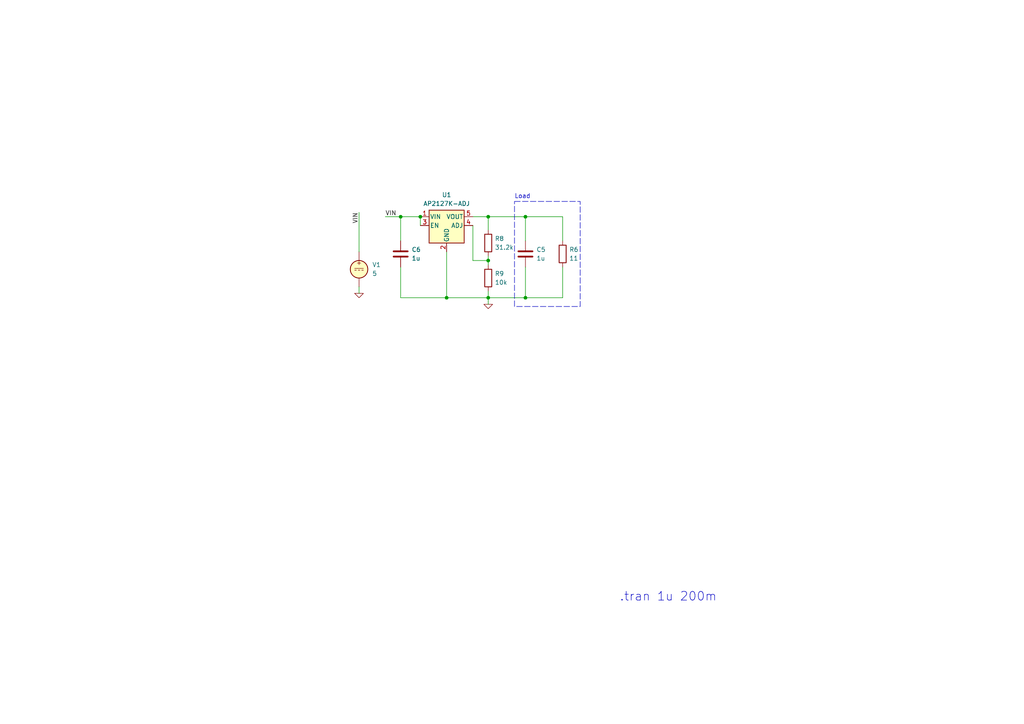
<source format=kicad_sch>
(kicad_sch (version 20230121) (generator eeschema)
  (paper "A4")
  (lib_symbols
    (symbol "Device:C" (pin_numbers hide) (pin_names (offset 0.254))
      (property "Reference" "C" (at 0.635 2.54 0))
      (property "Value" "C" (at 0.635 -2.54 0))
      (symbol "C_0_1"
        (polyline (pts (xy -2.032 -0.762) (xy 2.032 -0.762)) (stroke (width 0.508)))
        (polyline (pts (xy -2.032 0.762) (xy 2.032 0.762)) (stroke (width 0.508)))
      )
      (symbol "C_1_1"
        (pin passive line (at 0 3.81 270) (length 2.794) (name "~") (number "1"))
        (pin passive line (at 0 -3.81 90) (length 2.794) (name "~") (number "2"))
      )
    )
    (symbol "Device:R" (pin_numbers hide) (pin_names (offset 0))
      (property "Reference" "R" (at 2.032 0 90))
      (property "Value" "R" (at 0 0 90))
      (symbol "R_0_1"
        (rectangle (start -1.016 -2.54) (end 1.016 2.54) (stroke (width 0.254)))
      )
      (symbol "R_1_1"
        (pin passive line (at 0 3.81 270) (length 1.27) (name "~") (number "1"))
        (pin passive line (at 0 -3.81 90) (length 1.27) (name "~") (number "2"))
      )
    )
    (symbol "Regulator_Linear:AP2127K-ADJ" (pin_names (offset 0.254))
      (property "Reference" "U" (at -5.08 5.715 0))
      (property "Value" "AP2127K-ADJ" (at 0 5.715 0))
      (symbol "AP2127K-ADJ_0_1"
        (rectangle (start -5.08 4.445) (end 5.08 -5.08) (stroke (width 0.254)) (fill (type background)))
      )
      (symbol "AP2127K-ADJ_1_1"
        (pin power_in line (at -7.62 2.54 0) (length 2.54) (name "VIN") (number "1"))
        (pin power_in line (at 0 -7.62 90) (length 2.54) (name "GND") (number "2"))
        (pin input line (at -7.62 0 0) (length 2.54) (name "EN") (number "3"))
        (pin input line (at 7.62 0 180) (length 2.54) (name "ADJ") (number "4"))
        (pin power_out line (at 7.62 2.54 180) (length 2.54) (name "VOUT") (number "5"))
      )
    )
    (symbol "Simulation_SPICE:0" (power) (pin_names (offset 0))
      (property "Value" "0" (at 0 -1.778 0))
      (symbol "0_0_1"
        (polyline (pts (xy -1.27 0) (xy 0 -1.27) (xy 1.27 0) (xy -1.27 0)))
      )
      (symbol "0_1_1"
        (pin power_in line (at 0 0 0) (length 0) hide (name "0") (number "1"))
      )
    )
    (symbol "Simulation_SPICE:VDC" (pin_numbers hide) (pin_names (offset 0.0254))
      (property "Reference" "V" (at 2.54 2.54 0))
      (property "Value" "1" (at 2.54 0 0))
      (symbol "VDC_0_0"
        (polyline (pts (xy -1.27 0.254) (xy 1.27 0.254)))
        (polyline (pts (xy -0.762 -0.254) (xy -1.27 -0.254)))
        (polyline (pts (xy 0.254 -0.254) (xy -0.254 -0.254)))
        (polyline (pts (xy 1.27 -0.254) (xy 0.762 -0.254)))
        (text "+" (at 0 1.905 0) (effects (font (size 1.27 1.27))))
      )
      (symbol "VDC_0_1"
        (circle (center 0 0) (radius 2.54) (stroke (width 0.254)) (fill (type background)))
      )
      (symbol "VDC_1_1"
        (pin passive line (at 0 5.08 270) (length 2.54) (name "~") (number "1"))
        (pin passive line (at 0 -5.08 90) (length 2.54) (name "~") (number "2"))
      )
    )
  )
  (junction (at 116.205 62.865))
  (junction (at 129.54 86.36))
  (junction (at 152.4 86.36))
  (junction (at 152.4 62.865))
  (junction (at 141.605 86.36))
  (junction (at 141.605 75.565))
  (junction (at 141.605 62.865))
  (junction (at 121.92 62.865))
  (wire (pts (xy 141.605 74.295) (xy 141.605 75.565)))
  (wire (pts (xy 116.205 77.47) (xy 116.205 86.36)))
  (wire (pts (xy 141.605 75.565) (xy 141.605 76.835)))
  (wire (pts (xy 104.14 61.595) (xy 104.14 73.025)))
  (wire (pts (xy 116.205 62.865) (xy 116.205 69.85)))
  (wire (pts (xy 137.16 75.565) (xy 141.605 75.565)))
  (wire (pts (xy 116.205 86.36) (xy 129.54 86.36)))
  (wire (pts (xy 163.195 62.865) (xy 152.4 62.865)))
  (wire (pts (xy 116.205 62.865) (xy 121.92 62.865)))
  (wire (pts (xy 137.16 62.865) (xy 141.605 62.865)))
  (wire (pts (xy 121.92 62.865) (xy 121.92 65.405)))
  (wire (pts (xy 163.195 69.85) (xy 163.195 62.865)))
  (wire (pts (xy 163.195 77.47) (xy 163.195 86.36)))
  (wire (pts (xy 111.76 62.865) (xy 116.205 62.865)))
  (wire (pts (xy 137.16 65.405) (xy 137.16 75.565)))
  (wire (pts (xy 152.4 77.47) (xy 152.4 86.36)))
  (wire (pts (xy 141.605 84.455) (xy 141.605 86.36)))
  (wire (pts (xy 152.4 62.865) (xy 152.4 69.85)))
  (wire (pts (xy 141.605 86.36) (xy 141.605 88.265)))
  (wire (pts (xy 141.605 86.36) (xy 152.4 86.36)))
  (wire (pts (xy 141.605 62.865) (xy 141.605 66.675)))
  (wire (pts (xy 104.14 83.185) (xy 104.14 85.09)))
  (wire (pts (xy 129.54 73.025) (xy 129.54 86.36)))
  (wire (pts (xy 163.195 86.36) (xy 152.4 86.36)))
  (wire (pts (xy 141.605 62.865) (xy 152.4 62.865)))
  (wire (pts (xy 129.54 86.36) (xy 141.605 86.36)))
  (rectangle (start 149.225 58.42) (end 168.275 88.9) (stroke (width 0) (type dash)))
  (text "Load" (at 149.225 57.785 0) (effects (font (size 1.27 1.27)) (justify left bottom)))
  (text ".tran 1u 200m" (at 179.705 174.625 0) (effects (font (size 2.54 2.54)) (justify left bottom)))
  (label "VIN" (at 104.14 61.595 270))
  (label "VIN" (at 111.76 62.865 0))
  (symbol (lib_id "Device:C") (at 152.4 73.66 0) (unit 1)
    (property "Reference" "C5" (at 155.575 72.39 0) (effects (justify left)))
    (property "Value" "1u" (at 155.575 74.93 0) (effects (justify left)))
  )
  (symbol (lib_id "Device:R") (at 141.605 70.485 0) (unit 1)
    (property "Reference" "R8" (at 143.51 69.215 0) (effects (justify left)))
    (property "Value" "31.2k" (at 143.51 71.755 0) (effects (justify left)))
  )
  (symbol (lib_id "Device:C") (at 116.205 73.66 0) (unit 1)
    (property "Reference" "C6" (at 119.38 72.39 0) (effects (justify left)))
    (property "Value" "1u" (at 119.38 74.93 0) (effects (justify left)))
  )
  (symbol (lib_id "Regulator_Linear:AP2127K-ADJ") (at 129.54 65.405 0) (unit 1)
    (property "Reference" "U1" (at 129.54 56.515 0))
    (property "Value" "AP2127K-ADJ" (at 129.54 59.055 0))
    (property "Footprint" "Package_TO_SOT_SMD:SOT-23-5" (effects hide))
    (property "Datasheet" "https://www.diodes.com/assets/Datasheets/AP2127.pdf" (effects hide))
    (property "Sim.Library" "SPICEModels/AP2127-ADJ.lib" (effects hide))
    (property "Sim.Name" "AP2127_ADJ" (effects hide))
    (property "Sim.Device" "SUBCKT" (effects hide))
    (property "Sim.Pins" "1=1 2=2 3=3 4=4 5=5" (effects hide))
  )
  (symbol (lib_id "Simulation_SPICE:0") (at 104.14 85.09 0) (unit 1)
    (property "Reference" "#GND02" (effects hide))
    (property "Value" "0" (effects hide))
  )
  (symbol (lib_id "Simulation_SPICE:VDC") (at 104.14 78.105 0) (unit 1)
    (property "Reference" "V1" (at 107.95 76.7992 0) (effects (justify left)))
    (property "Value" "5" (at 107.95 79.3392 0) (effects (justify left)))
    (property "Sim.Pins" "1=+ 2=-" (effects hide))
    (property "Sim.Type" "DC" (effects hide))
    (property "Sim.Device" "V" (effects hide))
    (property "Sim.Params" "ac=0" (effects hide))
  )
  (symbol (lib_id "Device:R") (at 141.605 80.645 0) (unit 1)
    (property "Reference" "R9" (at 143.51 79.375 0) (effects (justify left)))
    (property "Value" "10k" (at 143.51 81.915 0) (effects (justify left)))
  )
  (symbol (lib_id "Device:R") (at 163.195 73.66 0) (unit 1)
    (property "Reference" "R6" (at 165.1 72.39 0) (effects (justify left)))
    (property "Value" "11" (at 165.1 74.93 0) (effects (justify left)))
  )
  (symbol (lib_id "Simulation_SPICE:0") (at 141.605 88.265 0) (mirror y) (unit 1)
    (property "Reference" "#GND07" (effects hide))
    (property "Value" "0" (effects hide))
  )
)
</source>
